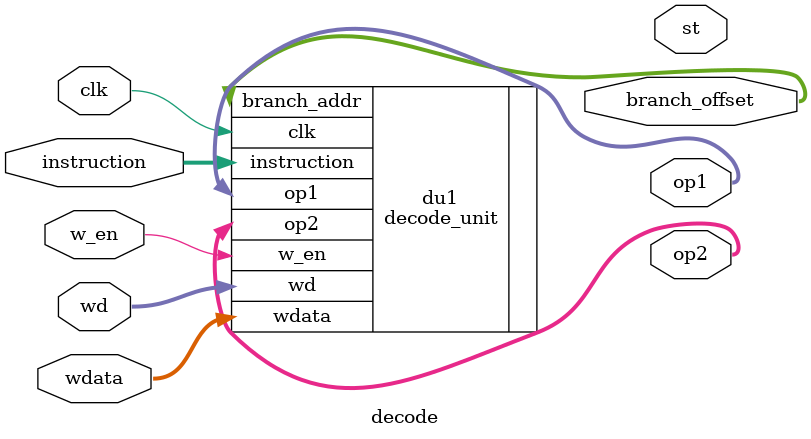
<source format=v>
`timescale 1ns / 1ps

module decode(
    input clk, 
    input w_en,
    input [31:0] instruction,
    input [31:0] wdata,
    input [4:0] wd,
    output [31:0] op1,
    output [31:0] op2,
    output [31:0] branch_offset,
    output [31:0] st 
    );

    decode_unit du1(.clk(clk),
        .w_en(w_en),
        .instruction(instruction),
        .wdata(wdata),
        .wd(wd),
        .op1(op1),
        .op2(op2),
        .branch_addr(branch_offset));
endmodule

</source>
